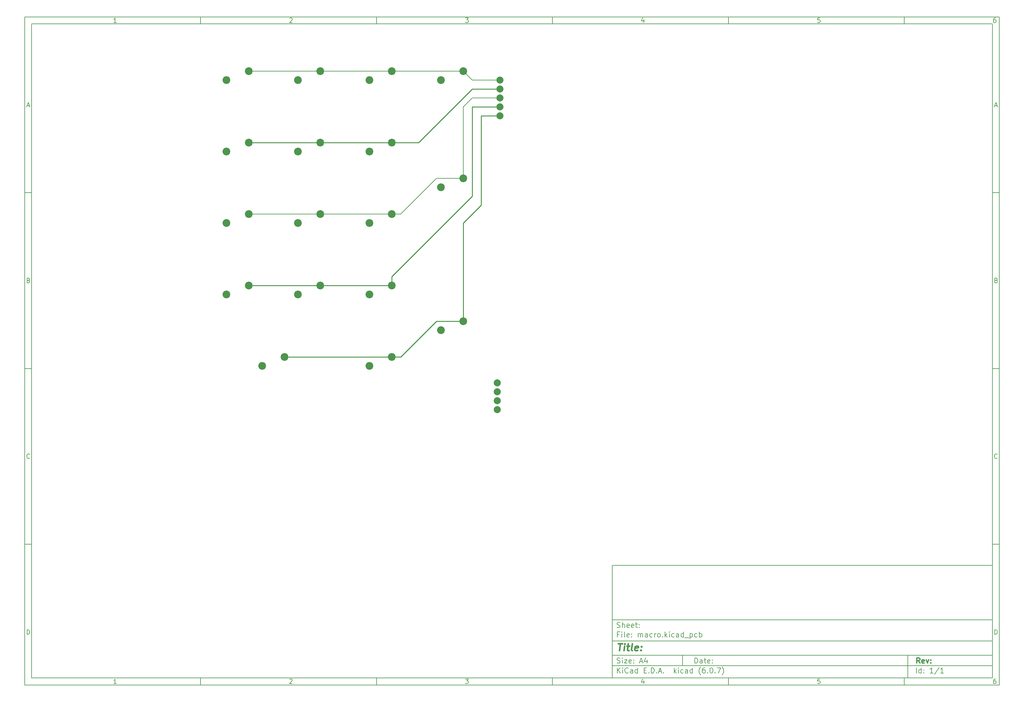
<source format=gbr>
%TF.GenerationSoftware,KiCad,Pcbnew,(6.0.7)*%
%TF.CreationDate,2022-08-16T17:25:39+02:00*%
%TF.ProjectId,macro,6d616372-6f2e-46b6-9963-61645f706362,rev?*%
%TF.SameCoordinates,Original*%
%TF.FileFunction,Copper,L2,Bot*%
%TF.FilePolarity,Positive*%
%FSLAX46Y46*%
G04 Gerber Fmt 4.6, Leading zero omitted, Abs format (unit mm)*
G04 Created by KiCad (PCBNEW (6.0.7)) date 2022-08-16 17:25:39*
%MOMM*%
%LPD*%
G01*
G04 APERTURE LIST*
%ADD10C,0.100000*%
%ADD11C,0.150000*%
%ADD12C,0.300000*%
%ADD13C,0.400000*%
%TA.AperFunction,ComponentPad*%
%ADD14C,2.000000*%
%TD*%
%TA.AperFunction,ComponentPad*%
%ADD15C,2.200000*%
%TD*%
%TA.AperFunction,Conductor*%
%ADD16C,0.200000*%
%TD*%
%TA.AperFunction,Conductor*%
%ADD17C,0.250000*%
%TD*%
G04 APERTURE END LIST*
D10*
D11*
X177002200Y-166007200D02*
X177002200Y-198007200D01*
X285002200Y-198007200D01*
X285002200Y-166007200D01*
X177002200Y-166007200D01*
D10*
D11*
X10000000Y-10000000D02*
X10000000Y-200007200D01*
X287002200Y-200007200D01*
X287002200Y-10000000D01*
X10000000Y-10000000D01*
D10*
D11*
X12000000Y-12000000D02*
X12000000Y-198007200D01*
X285002200Y-198007200D01*
X285002200Y-12000000D01*
X12000000Y-12000000D01*
D10*
D11*
X60000000Y-12000000D02*
X60000000Y-10000000D01*
D10*
D11*
X110000000Y-12000000D02*
X110000000Y-10000000D01*
D10*
D11*
X160000000Y-12000000D02*
X160000000Y-10000000D01*
D10*
D11*
X210000000Y-12000000D02*
X210000000Y-10000000D01*
D10*
D11*
X260000000Y-12000000D02*
X260000000Y-10000000D01*
D10*
D11*
X36065476Y-11588095D02*
X35322619Y-11588095D01*
X35694047Y-11588095D02*
X35694047Y-10288095D01*
X35570238Y-10473809D01*
X35446428Y-10597619D01*
X35322619Y-10659523D01*
D10*
D11*
X85322619Y-10411904D02*
X85384523Y-10350000D01*
X85508333Y-10288095D01*
X85817857Y-10288095D01*
X85941666Y-10350000D01*
X86003571Y-10411904D01*
X86065476Y-10535714D01*
X86065476Y-10659523D01*
X86003571Y-10845238D01*
X85260714Y-11588095D01*
X86065476Y-11588095D01*
D10*
D11*
X135260714Y-10288095D02*
X136065476Y-10288095D01*
X135632142Y-10783333D01*
X135817857Y-10783333D01*
X135941666Y-10845238D01*
X136003571Y-10907142D01*
X136065476Y-11030952D01*
X136065476Y-11340476D01*
X136003571Y-11464285D01*
X135941666Y-11526190D01*
X135817857Y-11588095D01*
X135446428Y-11588095D01*
X135322619Y-11526190D01*
X135260714Y-11464285D01*
D10*
D11*
X185941666Y-10721428D02*
X185941666Y-11588095D01*
X185632142Y-10226190D02*
X185322619Y-11154761D01*
X186127380Y-11154761D01*
D10*
D11*
X236003571Y-10288095D02*
X235384523Y-10288095D01*
X235322619Y-10907142D01*
X235384523Y-10845238D01*
X235508333Y-10783333D01*
X235817857Y-10783333D01*
X235941666Y-10845238D01*
X236003571Y-10907142D01*
X236065476Y-11030952D01*
X236065476Y-11340476D01*
X236003571Y-11464285D01*
X235941666Y-11526190D01*
X235817857Y-11588095D01*
X235508333Y-11588095D01*
X235384523Y-11526190D01*
X235322619Y-11464285D01*
D10*
D11*
X285941666Y-10288095D02*
X285694047Y-10288095D01*
X285570238Y-10350000D01*
X285508333Y-10411904D01*
X285384523Y-10597619D01*
X285322619Y-10845238D01*
X285322619Y-11340476D01*
X285384523Y-11464285D01*
X285446428Y-11526190D01*
X285570238Y-11588095D01*
X285817857Y-11588095D01*
X285941666Y-11526190D01*
X286003571Y-11464285D01*
X286065476Y-11340476D01*
X286065476Y-11030952D01*
X286003571Y-10907142D01*
X285941666Y-10845238D01*
X285817857Y-10783333D01*
X285570238Y-10783333D01*
X285446428Y-10845238D01*
X285384523Y-10907142D01*
X285322619Y-11030952D01*
D10*
D11*
X60000000Y-198007200D02*
X60000000Y-200007200D01*
D10*
D11*
X110000000Y-198007200D02*
X110000000Y-200007200D01*
D10*
D11*
X160000000Y-198007200D02*
X160000000Y-200007200D01*
D10*
D11*
X210000000Y-198007200D02*
X210000000Y-200007200D01*
D10*
D11*
X260000000Y-198007200D02*
X260000000Y-200007200D01*
D10*
D11*
X36065476Y-199595295D02*
X35322619Y-199595295D01*
X35694047Y-199595295D02*
X35694047Y-198295295D01*
X35570238Y-198481009D01*
X35446428Y-198604819D01*
X35322619Y-198666723D01*
D10*
D11*
X85322619Y-198419104D02*
X85384523Y-198357200D01*
X85508333Y-198295295D01*
X85817857Y-198295295D01*
X85941666Y-198357200D01*
X86003571Y-198419104D01*
X86065476Y-198542914D01*
X86065476Y-198666723D01*
X86003571Y-198852438D01*
X85260714Y-199595295D01*
X86065476Y-199595295D01*
D10*
D11*
X135260714Y-198295295D02*
X136065476Y-198295295D01*
X135632142Y-198790533D01*
X135817857Y-198790533D01*
X135941666Y-198852438D01*
X136003571Y-198914342D01*
X136065476Y-199038152D01*
X136065476Y-199347676D01*
X136003571Y-199471485D01*
X135941666Y-199533390D01*
X135817857Y-199595295D01*
X135446428Y-199595295D01*
X135322619Y-199533390D01*
X135260714Y-199471485D01*
D10*
D11*
X185941666Y-198728628D02*
X185941666Y-199595295D01*
X185632142Y-198233390D02*
X185322619Y-199161961D01*
X186127380Y-199161961D01*
D10*
D11*
X236003571Y-198295295D02*
X235384523Y-198295295D01*
X235322619Y-198914342D01*
X235384523Y-198852438D01*
X235508333Y-198790533D01*
X235817857Y-198790533D01*
X235941666Y-198852438D01*
X236003571Y-198914342D01*
X236065476Y-199038152D01*
X236065476Y-199347676D01*
X236003571Y-199471485D01*
X235941666Y-199533390D01*
X235817857Y-199595295D01*
X235508333Y-199595295D01*
X235384523Y-199533390D01*
X235322619Y-199471485D01*
D10*
D11*
X285941666Y-198295295D02*
X285694047Y-198295295D01*
X285570238Y-198357200D01*
X285508333Y-198419104D01*
X285384523Y-198604819D01*
X285322619Y-198852438D01*
X285322619Y-199347676D01*
X285384523Y-199471485D01*
X285446428Y-199533390D01*
X285570238Y-199595295D01*
X285817857Y-199595295D01*
X285941666Y-199533390D01*
X286003571Y-199471485D01*
X286065476Y-199347676D01*
X286065476Y-199038152D01*
X286003571Y-198914342D01*
X285941666Y-198852438D01*
X285817857Y-198790533D01*
X285570238Y-198790533D01*
X285446428Y-198852438D01*
X285384523Y-198914342D01*
X285322619Y-199038152D01*
D10*
D11*
X10000000Y-60000000D02*
X12000000Y-60000000D01*
D10*
D11*
X10000000Y-110000000D02*
X12000000Y-110000000D01*
D10*
D11*
X10000000Y-160000000D02*
X12000000Y-160000000D01*
D10*
D11*
X10690476Y-35216666D02*
X11309523Y-35216666D01*
X10566666Y-35588095D02*
X11000000Y-34288095D01*
X11433333Y-35588095D01*
D10*
D11*
X11092857Y-84907142D02*
X11278571Y-84969047D01*
X11340476Y-85030952D01*
X11402380Y-85154761D01*
X11402380Y-85340476D01*
X11340476Y-85464285D01*
X11278571Y-85526190D01*
X11154761Y-85588095D01*
X10659523Y-85588095D01*
X10659523Y-84288095D01*
X11092857Y-84288095D01*
X11216666Y-84350000D01*
X11278571Y-84411904D01*
X11340476Y-84535714D01*
X11340476Y-84659523D01*
X11278571Y-84783333D01*
X11216666Y-84845238D01*
X11092857Y-84907142D01*
X10659523Y-84907142D01*
D10*
D11*
X11402380Y-135464285D02*
X11340476Y-135526190D01*
X11154761Y-135588095D01*
X11030952Y-135588095D01*
X10845238Y-135526190D01*
X10721428Y-135402380D01*
X10659523Y-135278571D01*
X10597619Y-135030952D01*
X10597619Y-134845238D01*
X10659523Y-134597619D01*
X10721428Y-134473809D01*
X10845238Y-134350000D01*
X11030952Y-134288095D01*
X11154761Y-134288095D01*
X11340476Y-134350000D01*
X11402380Y-134411904D01*
D10*
D11*
X10659523Y-185588095D02*
X10659523Y-184288095D01*
X10969047Y-184288095D01*
X11154761Y-184350000D01*
X11278571Y-184473809D01*
X11340476Y-184597619D01*
X11402380Y-184845238D01*
X11402380Y-185030952D01*
X11340476Y-185278571D01*
X11278571Y-185402380D01*
X11154761Y-185526190D01*
X10969047Y-185588095D01*
X10659523Y-185588095D01*
D10*
D11*
X287002200Y-60000000D02*
X285002200Y-60000000D01*
D10*
D11*
X287002200Y-110000000D02*
X285002200Y-110000000D01*
D10*
D11*
X287002200Y-160000000D02*
X285002200Y-160000000D01*
D10*
D11*
X285692676Y-35216666D02*
X286311723Y-35216666D01*
X285568866Y-35588095D02*
X286002200Y-34288095D01*
X286435533Y-35588095D01*
D10*
D11*
X286095057Y-84907142D02*
X286280771Y-84969047D01*
X286342676Y-85030952D01*
X286404580Y-85154761D01*
X286404580Y-85340476D01*
X286342676Y-85464285D01*
X286280771Y-85526190D01*
X286156961Y-85588095D01*
X285661723Y-85588095D01*
X285661723Y-84288095D01*
X286095057Y-84288095D01*
X286218866Y-84350000D01*
X286280771Y-84411904D01*
X286342676Y-84535714D01*
X286342676Y-84659523D01*
X286280771Y-84783333D01*
X286218866Y-84845238D01*
X286095057Y-84907142D01*
X285661723Y-84907142D01*
D10*
D11*
X286404580Y-135464285D02*
X286342676Y-135526190D01*
X286156961Y-135588095D01*
X286033152Y-135588095D01*
X285847438Y-135526190D01*
X285723628Y-135402380D01*
X285661723Y-135278571D01*
X285599819Y-135030952D01*
X285599819Y-134845238D01*
X285661723Y-134597619D01*
X285723628Y-134473809D01*
X285847438Y-134350000D01*
X286033152Y-134288095D01*
X286156961Y-134288095D01*
X286342676Y-134350000D01*
X286404580Y-134411904D01*
D10*
D11*
X285661723Y-185588095D02*
X285661723Y-184288095D01*
X285971247Y-184288095D01*
X286156961Y-184350000D01*
X286280771Y-184473809D01*
X286342676Y-184597619D01*
X286404580Y-184845238D01*
X286404580Y-185030952D01*
X286342676Y-185278571D01*
X286280771Y-185402380D01*
X286156961Y-185526190D01*
X285971247Y-185588095D01*
X285661723Y-185588095D01*
D10*
D11*
X200434342Y-193785771D02*
X200434342Y-192285771D01*
X200791485Y-192285771D01*
X201005771Y-192357200D01*
X201148628Y-192500057D01*
X201220057Y-192642914D01*
X201291485Y-192928628D01*
X201291485Y-193142914D01*
X201220057Y-193428628D01*
X201148628Y-193571485D01*
X201005771Y-193714342D01*
X200791485Y-193785771D01*
X200434342Y-193785771D01*
X202577200Y-193785771D02*
X202577200Y-193000057D01*
X202505771Y-192857200D01*
X202362914Y-192785771D01*
X202077200Y-192785771D01*
X201934342Y-192857200D01*
X202577200Y-193714342D02*
X202434342Y-193785771D01*
X202077200Y-193785771D01*
X201934342Y-193714342D01*
X201862914Y-193571485D01*
X201862914Y-193428628D01*
X201934342Y-193285771D01*
X202077200Y-193214342D01*
X202434342Y-193214342D01*
X202577200Y-193142914D01*
X203077200Y-192785771D02*
X203648628Y-192785771D01*
X203291485Y-192285771D02*
X203291485Y-193571485D01*
X203362914Y-193714342D01*
X203505771Y-193785771D01*
X203648628Y-193785771D01*
X204720057Y-193714342D02*
X204577200Y-193785771D01*
X204291485Y-193785771D01*
X204148628Y-193714342D01*
X204077200Y-193571485D01*
X204077200Y-193000057D01*
X204148628Y-192857200D01*
X204291485Y-192785771D01*
X204577200Y-192785771D01*
X204720057Y-192857200D01*
X204791485Y-193000057D01*
X204791485Y-193142914D01*
X204077200Y-193285771D01*
X205434342Y-193642914D02*
X205505771Y-193714342D01*
X205434342Y-193785771D01*
X205362914Y-193714342D01*
X205434342Y-193642914D01*
X205434342Y-193785771D01*
X205434342Y-192857200D02*
X205505771Y-192928628D01*
X205434342Y-193000057D01*
X205362914Y-192928628D01*
X205434342Y-192857200D01*
X205434342Y-193000057D01*
D10*
D11*
X177002200Y-194507200D02*
X285002200Y-194507200D01*
D10*
D11*
X178434342Y-196585771D02*
X178434342Y-195085771D01*
X179291485Y-196585771D02*
X178648628Y-195728628D01*
X179291485Y-195085771D02*
X178434342Y-195942914D01*
X179934342Y-196585771D02*
X179934342Y-195585771D01*
X179934342Y-195085771D02*
X179862914Y-195157200D01*
X179934342Y-195228628D01*
X180005771Y-195157200D01*
X179934342Y-195085771D01*
X179934342Y-195228628D01*
X181505771Y-196442914D02*
X181434342Y-196514342D01*
X181220057Y-196585771D01*
X181077200Y-196585771D01*
X180862914Y-196514342D01*
X180720057Y-196371485D01*
X180648628Y-196228628D01*
X180577200Y-195942914D01*
X180577200Y-195728628D01*
X180648628Y-195442914D01*
X180720057Y-195300057D01*
X180862914Y-195157200D01*
X181077200Y-195085771D01*
X181220057Y-195085771D01*
X181434342Y-195157200D01*
X181505771Y-195228628D01*
X182791485Y-196585771D02*
X182791485Y-195800057D01*
X182720057Y-195657200D01*
X182577200Y-195585771D01*
X182291485Y-195585771D01*
X182148628Y-195657200D01*
X182791485Y-196514342D02*
X182648628Y-196585771D01*
X182291485Y-196585771D01*
X182148628Y-196514342D01*
X182077200Y-196371485D01*
X182077200Y-196228628D01*
X182148628Y-196085771D01*
X182291485Y-196014342D01*
X182648628Y-196014342D01*
X182791485Y-195942914D01*
X184148628Y-196585771D02*
X184148628Y-195085771D01*
X184148628Y-196514342D02*
X184005771Y-196585771D01*
X183720057Y-196585771D01*
X183577200Y-196514342D01*
X183505771Y-196442914D01*
X183434342Y-196300057D01*
X183434342Y-195871485D01*
X183505771Y-195728628D01*
X183577200Y-195657200D01*
X183720057Y-195585771D01*
X184005771Y-195585771D01*
X184148628Y-195657200D01*
X186005771Y-195800057D02*
X186505771Y-195800057D01*
X186720057Y-196585771D02*
X186005771Y-196585771D01*
X186005771Y-195085771D01*
X186720057Y-195085771D01*
X187362914Y-196442914D02*
X187434342Y-196514342D01*
X187362914Y-196585771D01*
X187291485Y-196514342D01*
X187362914Y-196442914D01*
X187362914Y-196585771D01*
X188077200Y-196585771D02*
X188077200Y-195085771D01*
X188434342Y-195085771D01*
X188648628Y-195157200D01*
X188791485Y-195300057D01*
X188862914Y-195442914D01*
X188934342Y-195728628D01*
X188934342Y-195942914D01*
X188862914Y-196228628D01*
X188791485Y-196371485D01*
X188648628Y-196514342D01*
X188434342Y-196585771D01*
X188077200Y-196585771D01*
X189577200Y-196442914D02*
X189648628Y-196514342D01*
X189577200Y-196585771D01*
X189505771Y-196514342D01*
X189577200Y-196442914D01*
X189577200Y-196585771D01*
X190220057Y-196157200D02*
X190934342Y-196157200D01*
X190077200Y-196585771D02*
X190577200Y-195085771D01*
X191077200Y-196585771D01*
X191577200Y-196442914D02*
X191648628Y-196514342D01*
X191577200Y-196585771D01*
X191505771Y-196514342D01*
X191577200Y-196442914D01*
X191577200Y-196585771D01*
X194577200Y-196585771D02*
X194577200Y-195085771D01*
X194720057Y-196014342D02*
X195148628Y-196585771D01*
X195148628Y-195585771D02*
X194577200Y-196157200D01*
X195791485Y-196585771D02*
X195791485Y-195585771D01*
X195791485Y-195085771D02*
X195720057Y-195157200D01*
X195791485Y-195228628D01*
X195862914Y-195157200D01*
X195791485Y-195085771D01*
X195791485Y-195228628D01*
X197148628Y-196514342D02*
X197005771Y-196585771D01*
X196720057Y-196585771D01*
X196577200Y-196514342D01*
X196505771Y-196442914D01*
X196434342Y-196300057D01*
X196434342Y-195871485D01*
X196505771Y-195728628D01*
X196577200Y-195657200D01*
X196720057Y-195585771D01*
X197005771Y-195585771D01*
X197148628Y-195657200D01*
X198434342Y-196585771D02*
X198434342Y-195800057D01*
X198362914Y-195657200D01*
X198220057Y-195585771D01*
X197934342Y-195585771D01*
X197791485Y-195657200D01*
X198434342Y-196514342D02*
X198291485Y-196585771D01*
X197934342Y-196585771D01*
X197791485Y-196514342D01*
X197720057Y-196371485D01*
X197720057Y-196228628D01*
X197791485Y-196085771D01*
X197934342Y-196014342D01*
X198291485Y-196014342D01*
X198434342Y-195942914D01*
X199791485Y-196585771D02*
X199791485Y-195085771D01*
X199791485Y-196514342D02*
X199648628Y-196585771D01*
X199362914Y-196585771D01*
X199220057Y-196514342D01*
X199148628Y-196442914D01*
X199077200Y-196300057D01*
X199077200Y-195871485D01*
X199148628Y-195728628D01*
X199220057Y-195657200D01*
X199362914Y-195585771D01*
X199648628Y-195585771D01*
X199791485Y-195657200D01*
X202077200Y-197157200D02*
X202005771Y-197085771D01*
X201862914Y-196871485D01*
X201791485Y-196728628D01*
X201720057Y-196514342D01*
X201648628Y-196157200D01*
X201648628Y-195871485D01*
X201720057Y-195514342D01*
X201791485Y-195300057D01*
X201862914Y-195157200D01*
X202005771Y-194942914D01*
X202077200Y-194871485D01*
X203291485Y-195085771D02*
X203005771Y-195085771D01*
X202862914Y-195157200D01*
X202791485Y-195228628D01*
X202648628Y-195442914D01*
X202577200Y-195728628D01*
X202577200Y-196300057D01*
X202648628Y-196442914D01*
X202720057Y-196514342D01*
X202862914Y-196585771D01*
X203148628Y-196585771D01*
X203291485Y-196514342D01*
X203362914Y-196442914D01*
X203434342Y-196300057D01*
X203434342Y-195942914D01*
X203362914Y-195800057D01*
X203291485Y-195728628D01*
X203148628Y-195657200D01*
X202862914Y-195657200D01*
X202720057Y-195728628D01*
X202648628Y-195800057D01*
X202577200Y-195942914D01*
X204077200Y-196442914D02*
X204148628Y-196514342D01*
X204077200Y-196585771D01*
X204005771Y-196514342D01*
X204077200Y-196442914D01*
X204077200Y-196585771D01*
X205077200Y-195085771D02*
X205220057Y-195085771D01*
X205362914Y-195157200D01*
X205434342Y-195228628D01*
X205505771Y-195371485D01*
X205577200Y-195657200D01*
X205577200Y-196014342D01*
X205505771Y-196300057D01*
X205434342Y-196442914D01*
X205362914Y-196514342D01*
X205220057Y-196585771D01*
X205077200Y-196585771D01*
X204934342Y-196514342D01*
X204862914Y-196442914D01*
X204791485Y-196300057D01*
X204720057Y-196014342D01*
X204720057Y-195657200D01*
X204791485Y-195371485D01*
X204862914Y-195228628D01*
X204934342Y-195157200D01*
X205077200Y-195085771D01*
X206220057Y-196442914D02*
X206291485Y-196514342D01*
X206220057Y-196585771D01*
X206148628Y-196514342D01*
X206220057Y-196442914D01*
X206220057Y-196585771D01*
X206791485Y-195085771D02*
X207791485Y-195085771D01*
X207148628Y-196585771D01*
X208220057Y-197157200D02*
X208291485Y-197085771D01*
X208434342Y-196871485D01*
X208505771Y-196728628D01*
X208577200Y-196514342D01*
X208648628Y-196157200D01*
X208648628Y-195871485D01*
X208577200Y-195514342D01*
X208505771Y-195300057D01*
X208434342Y-195157200D01*
X208291485Y-194942914D01*
X208220057Y-194871485D01*
D10*
D11*
X177002200Y-191507200D02*
X285002200Y-191507200D01*
D10*
D12*
X264411485Y-193785771D02*
X263911485Y-193071485D01*
X263554342Y-193785771D02*
X263554342Y-192285771D01*
X264125771Y-192285771D01*
X264268628Y-192357200D01*
X264340057Y-192428628D01*
X264411485Y-192571485D01*
X264411485Y-192785771D01*
X264340057Y-192928628D01*
X264268628Y-193000057D01*
X264125771Y-193071485D01*
X263554342Y-193071485D01*
X265625771Y-193714342D02*
X265482914Y-193785771D01*
X265197200Y-193785771D01*
X265054342Y-193714342D01*
X264982914Y-193571485D01*
X264982914Y-193000057D01*
X265054342Y-192857200D01*
X265197200Y-192785771D01*
X265482914Y-192785771D01*
X265625771Y-192857200D01*
X265697200Y-193000057D01*
X265697200Y-193142914D01*
X264982914Y-193285771D01*
X266197200Y-192785771D02*
X266554342Y-193785771D01*
X266911485Y-192785771D01*
X267482914Y-193642914D02*
X267554342Y-193714342D01*
X267482914Y-193785771D01*
X267411485Y-193714342D01*
X267482914Y-193642914D01*
X267482914Y-193785771D01*
X267482914Y-192857200D02*
X267554342Y-192928628D01*
X267482914Y-193000057D01*
X267411485Y-192928628D01*
X267482914Y-192857200D01*
X267482914Y-193000057D01*
D10*
D11*
X178362914Y-193714342D02*
X178577200Y-193785771D01*
X178934342Y-193785771D01*
X179077200Y-193714342D01*
X179148628Y-193642914D01*
X179220057Y-193500057D01*
X179220057Y-193357200D01*
X179148628Y-193214342D01*
X179077200Y-193142914D01*
X178934342Y-193071485D01*
X178648628Y-193000057D01*
X178505771Y-192928628D01*
X178434342Y-192857200D01*
X178362914Y-192714342D01*
X178362914Y-192571485D01*
X178434342Y-192428628D01*
X178505771Y-192357200D01*
X178648628Y-192285771D01*
X179005771Y-192285771D01*
X179220057Y-192357200D01*
X179862914Y-193785771D02*
X179862914Y-192785771D01*
X179862914Y-192285771D02*
X179791485Y-192357200D01*
X179862914Y-192428628D01*
X179934342Y-192357200D01*
X179862914Y-192285771D01*
X179862914Y-192428628D01*
X180434342Y-192785771D02*
X181220057Y-192785771D01*
X180434342Y-193785771D01*
X181220057Y-193785771D01*
X182362914Y-193714342D02*
X182220057Y-193785771D01*
X181934342Y-193785771D01*
X181791485Y-193714342D01*
X181720057Y-193571485D01*
X181720057Y-193000057D01*
X181791485Y-192857200D01*
X181934342Y-192785771D01*
X182220057Y-192785771D01*
X182362914Y-192857200D01*
X182434342Y-193000057D01*
X182434342Y-193142914D01*
X181720057Y-193285771D01*
X183077200Y-193642914D02*
X183148628Y-193714342D01*
X183077200Y-193785771D01*
X183005771Y-193714342D01*
X183077200Y-193642914D01*
X183077200Y-193785771D01*
X183077200Y-192857200D02*
X183148628Y-192928628D01*
X183077200Y-193000057D01*
X183005771Y-192928628D01*
X183077200Y-192857200D01*
X183077200Y-193000057D01*
X184862914Y-193357200D02*
X185577200Y-193357200D01*
X184720057Y-193785771D02*
X185220057Y-192285771D01*
X185720057Y-193785771D01*
X186862914Y-192785771D02*
X186862914Y-193785771D01*
X186505771Y-192214342D02*
X186148628Y-193285771D01*
X187077200Y-193285771D01*
D10*
D11*
X263434342Y-196585771D02*
X263434342Y-195085771D01*
X264791485Y-196585771D02*
X264791485Y-195085771D01*
X264791485Y-196514342D02*
X264648628Y-196585771D01*
X264362914Y-196585771D01*
X264220057Y-196514342D01*
X264148628Y-196442914D01*
X264077200Y-196300057D01*
X264077200Y-195871485D01*
X264148628Y-195728628D01*
X264220057Y-195657200D01*
X264362914Y-195585771D01*
X264648628Y-195585771D01*
X264791485Y-195657200D01*
X265505771Y-196442914D02*
X265577200Y-196514342D01*
X265505771Y-196585771D01*
X265434342Y-196514342D01*
X265505771Y-196442914D01*
X265505771Y-196585771D01*
X265505771Y-195657200D02*
X265577200Y-195728628D01*
X265505771Y-195800057D01*
X265434342Y-195728628D01*
X265505771Y-195657200D01*
X265505771Y-195800057D01*
X268148628Y-196585771D02*
X267291485Y-196585771D01*
X267720057Y-196585771D02*
X267720057Y-195085771D01*
X267577200Y-195300057D01*
X267434342Y-195442914D01*
X267291485Y-195514342D01*
X269862914Y-195014342D02*
X268577200Y-196942914D01*
X271148628Y-196585771D02*
X270291485Y-196585771D01*
X270720057Y-196585771D02*
X270720057Y-195085771D01*
X270577200Y-195300057D01*
X270434342Y-195442914D01*
X270291485Y-195514342D01*
D10*
D11*
X177002200Y-187507200D02*
X285002200Y-187507200D01*
D10*
D13*
X178714580Y-188211961D02*
X179857438Y-188211961D01*
X179036009Y-190211961D02*
X179286009Y-188211961D01*
X180274104Y-190211961D02*
X180440771Y-188878628D01*
X180524104Y-188211961D02*
X180416961Y-188307200D01*
X180500295Y-188402438D01*
X180607438Y-188307200D01*
X180524104Y-188211961D01*
X180500295Y-188402438D01*
X181107438Y-188878628D02*
X181869342Y-188878628D01*
X181476485Y-188211961D02*
X181262200Y-189926247D01*
X181333628Y-190116723D01*
X181512200Y-190211961D01*
X181702676Y-190211961D01*
X182655057Y-190211961D02*
X182476485Y-190116723D01*
X182405057Y-189926247D01*
X182619342Y-188211961D01*
X184190771Y-190116723D02*
X183988390Y-190211961D01*
X183607438Y-190211961D01*
X183428866Y-190116723D01*
X183357438Y-189926247D01*
X183452676Y-189164342D01*
X183571723Y-188973866D01*
X183774104Y-188878628D01*
X184155057Y-188878628D01*
X184333628Y-188973866D01*
X184405057Y-189164342D01*
X184381247Y-189354819D01*
X183405057Y-189545295D01*
X185155057Y-190021485D02*
X185238390Y-190116723D01*
X185131247Y-190211961D01*
X185047914Y-190116723D01*
X185155057Y-190021485D01*
X185131247Y-190211961D01*
X185286009Y-188973866D02*
X185369342Y-189069104D01*
X185262200Y-189164342D01*
X185178866Y-189069104D01*
X185286009Y-188973866D01*
X185262200Y-189164342D01*
D10*
D11*
X178934342Y-185600057D02*
X178434342Y-185600057D01*
X178434342Y-186385771D02*
X178434342Y-184885771D01*
X179148628Y-184885771D01*
X179720057Y-186385771D02*
X179720057Y-185385771D01*
X179720057Y-184885771D02*
X179648628Y-184957200D01*
X179720057Y-185028628D01*
X179791485Y-184957200D01*
X179720057Y-184885771D01*
X179720057Y-185028628D01*
X180648628Y-186385771D02*
X180505771Y-186314342D01*
X180434342Y-186171485D01*
X180434342Y-184885771D01*
X181791485Y-186314342D02*
X181648628Y-186385771D01*
X181362914Y-186385771D01*
X181220057Y-186314342D01*
X181148628Y-186171485D01*
X181148628Y-185600057D01*
X181220057Y-185457200D01*
X181362914Y-185385771D01*
X181648628Y-185385771D01*
X181791485Y-185457200D01*
X181862914Y-185600057D01*
X181862914Y-185742914D01*
X181148628Y-185885771D01*
X182505771Y-186242914D02*
X182577200Y-186314342D01*
X182505771Y-186385771D01*
X182434342Y-186314342D01*
X182505771Y-186242914D01*
X182505771Y-186385771D01*
X182505771Y-185457200D02*
X182577200Y-185528628D01*
X182505771Y-185600057D01*
X182434342Y-185528628D01*
X182505771Y-185457200D01*
X182505771Y-185600057D01*
X184362914Y-186385771D02*
X184362914Y-185385771D01*
X184362914Y-185528628D02*
X184434342Y-185457200D01*
X184577200Y-185385771D01*
X184791485Y-185385771D01*
X184934342Y-185457200D01*
X185005771Y-185600057D01*
X185005771Y-186385771D01*
X185005771Y-185600057D02*
X185077200Y-185457200D01*
X185220057Y-185385771D01*
X185434342Y-185385771D01*
X185577200Y-185457200D01*
X185648628Y-185600057D01*
X185648628Y-186385771D01*
X187005771Y-186385771D02*
X187005771Y-185600057D01*
X186934342Y-185457200D01*
X186791485Y-185385771D01*
X186505771Y-185385771D01*
X186362914Y-185457200D01*
X187005771Y-186314342D02*
X186862914Y-186385771D01*
X186505771Y-186385771D01*
X186362914Y-186314342D01*
X186291485Y-186171485D01*
X186291485Y-186028628D01*
X186362914Y-185885771D01*
X186505771Y-185814342D01*
X186862914Y-185814342D01*
X187005771Y-185742914D01*
X188362914Y-186314342D02*
X188220057Y-186385771D01*
X187934342Y-186385771D01*
X187791485Y-186314342D01*
X187720057Y-186242914D01*
X187648628Y-186100057D01*
X187648628Y-185671485D01*
X187720057Y-185528628D01*
X187791485Y-185457200D01*
X187934342Y-185385771D01*
X188220057Y-185385771D01*
X188362914Y-185457200D01*
X189005771Y-186385771D02*
X189005771Y-185385771D01*
X189005771Y-185671485D02*
X189077200Y-185528628D01*
X189148628Y-185457200D01*
X189291485Y-185385771D01*
X189434342Y-185385771D01*
X190148628Y-186385771D02*
X190005771Y-186314342D01*
X189934342Y-186242914D01*
X189862914Y-186100057D01*
X189862914Y-185671485D01*
X189934342Y-185528628D01*
X190005771Y-185457200D01*
X190148628Y-185385771D01*
X190362914Y-185385771D01*
X190505771Y-185457200D01*
X190577200Y-185528628D01*
X190648628Y-185671485D01*
X190648628Y-186100057D01*
X190577200Y-186242914D01*
X190505771Y-186314342D01*
X190362914Y-186385771D01*
X190148628Y-186385771D01*
X191291485Y-186242914D02*
X191362914Y-186314342D01*
X191291485Y-186385771D01*
X191220057Y-186314342D01*
X191291485Y-186242914D01*
X191291485Y-186385771D01*
X192005771Y-186385771D02*
X192005771Y-184885771D01*
X192148628Y-185814342D02*
X192577200Y-186385771D01*
X192577200Y-185385771D02*
X192005771Y-185957200D01*
X193220057Y-186385771D02*
X193220057Y-185385771D01*
X193220057Y-184885771D02*
X193148628Y-184957200D01*
X193220057Y-185028628D01*
X193291485Y-184957200D01*
X193220057Y-184885771D01*
X193220057Y-185028628D01*
X194577200Y-186314342D02*
X194434342Y-186385771D01*
X194148628Y-186385771D01*
X194005771Y-186314342D01*
X193934342Y-186242914D01*
X193862914Y-186100057D01*
X193862914Y-185671485D01*
X193934342Y-185528628D01*
X194005771Y-185457200D01*
X194148628Y-185385771D01*
X194434342Y-185385771D01*
X194577200Y-185457200D01*
X195862914Y-186385771D02*
X195862914Y-185600057D01*
X195791485Y-185457200D01*
X195648628Y-185385771D01*
X195362914Y-185385771D01*
X195220057Y-185457200D01*
X195862914Y-186314342D02*
X195720057Y-186385771D01*
X195362914Y-186385771D01*
X195220057Y-186314342D01*
X195148628Y-186171485D01*
X195148628Y-186028628D01*
X195220057Y-185885771D01*
X195362914Y-185814342D01*
X195720057Y-185814342D01*
X195862914Y-185742914D01*
X197220057Y-186385771D02*
X197220057Y-184885771D01*
X197220057Y-186314342D02*
X197077200Y-186385771D01*
X196791485Y-186385771D01*
X196648628Y-186314342D01*
X196577200Y-186242914D01*
X196505771Y-186100057D01*
X196505771Y-185671485D01*
X196577200Y-185528628D01*
X196648628Y-185457200D01*
X196791485Y-185385771D01*
X197077200Y-185385771D01*
X197220057Y-185457200D01*
X197577200Y-186528628D02*
X198720057Y-186528628D01*
X199077200Y-185385771D02*
X199077200Y-186885771D01*
X199077200Y-185457200D02*
X199220057Y-185385771D01*
X199505771Y-185385771D01*
X199648628Y-185457200D01*
X199720057Y-185528628D01*
X199791485Y-185671485D01*
X199791485Y-186100057D01*
X199720057Y-186242914D01*
X199648628Y-186314342D01*
X199505771Y-186385771D01*
X199220057Y-186385771D01*
X199077200Y-186314342D01*
X201077200Y-186314342D02*
X200934342Y-186385771D01*
X200648628Y-186385771D01*
X200505771Y-186314342D01*
X200434342Y-186242914D01*
X200362914Y-186100057D01*
X200362914Y-185671485D01*
X200434342Y-185528628D01*
X200505771Y-185457200D01*
X200648628Y-185385771D01*
X200934342Y-185385771D01*
X201077200Y-185457200D01*
X201720057Y-186385771D02*
X201720057Y-184885771D01*
X201720057Y-185457200D02*
X201862914Y-185385771D01*
X202148628Y-185385771D01*
X202291485Y-185457200D01*
X202362914Y-185528628D01*
X202434342Y-185671485D01*
X202434342Y-186100057D01*
X202362914Y-186242914D01*
X202291485Y-186314342D01*
X202148628Y-186385771D01*
X201862914Y-186385771D01*
X201720057Y-186314342D01*
D10*
D11*
X177002200Y-181507200D02*
X285002200Y-181507200D01*
D10*
D11*
X178362914Y-183614342D02*
X178577200Y-183685771D01*
X178934342Y-183685771D01*
X179077200Y-183614342D01*
X179148628Y-183542914D01*
X179220057Y-183400057D01*
X179220057Y-183257200D01*
X179148628Y-183114342D01*
X179077200Y-183042914D01*
X178934342Y-182971485D01*
X178648628Y-182900057D01*
X178505771Y-182828628D01*
X178434342Y-182757200D01*
X178362914Y-182614342D01*
X178362914Y-182471485D01*
X178434342Y-182328628D01*
X178505771Y-182257200D01*
X178648628Y-182185771D01*
X179005771Y-182185771D01*
X179220057Y-182257200D01*
X179862914Y-183685771D02*
X179862914Y-182185771D01*
X180505771Y-183685771D02*
X180505771Y-182900057D01*
X180434342Y-182757200D01*
X180291485Y-182685771D01*
X180077200Y-182685771D01*
X179934342Y-182757200D01*
X179862914Y-182828628D01*
X181791485Y-183614342D02*
X181648628Y-183685771D01*
X181362914Y-183685771D01*
X181220057Y-183614342D01*
X181148628Y-183471485D01*
X181148628Y-182900057D01*
X181220057Y-182757200D01*
X181362914Y-182685771D01*
X181648628Y-182685771D01*
X181791485Y-182757200D01*
X181862914Y-182900057D01*
X181862914Y-183042914D01*
X181148628Y-183185771D01*
X183077200Y-183614342D02*
X182934342Y-183685771D01*
X182648628Y-183685771D01*
X182505771Y-183614342D01*
X182434342Y-183471485D01*
X182434342Y-182900057D01*
X182505771Y-182757200D01*
X182648628Y-182685771D01*
X182934342Y-182685771D01*
X183077200Y-182757200D01*
X183148628Y-182900057D01*
X183148628Y-183042914D01*
X182434342Y-183185771D01*
X183577200Y-182685771D02*
X184148628Y-182685771D01*
X183791485Y-182185771D02*
X183791485Y-183471485D01*
X183862914Y-183614342D01*
X184005771Y-183685771D01*
X184148628Y-183685771D01*
X184648628Y-183542914D02*
X184720057Y-183614342D01*
X184648628Y-183685771D01*
X184577200Y-183614342D01*
X184648628Y-183542914D01*
X184648628Y-183685771D01*
X184648628Y-182757200D02*
X184720057Y-182828628D01*
X184648628Y-182900057D01*
X184577200Y-182828628D01*
X184648628Y-182757200D01*
X184648628Y-182900057D01*
D10*
D12*
D10*
D11*
D10*
D11*
D10*
D11*
D10*
D11*
D10*
D11*
X197002200Y-191507200D02*
X197002200Y-194507200D01*
D10*
D11*
X261002200Y-191507200D02*
X261002200Y-198007200D01*
D14*
%TO.P,,1*%
%TO.N,N/C*%
X145034000Y-27940000D03*
%TD*%
%TO.P,,1*%
%TO.N,N/C*%
X145034000Y-38100000D03*
%TD*%
%TO.P,,1*%
%TO.N,N/C*%
X145034000Y-35560000D03*
%TD*%
%TO.P,,1*%
%TO.N,N/C*%
X145034000Y-33020000D03*
%TD*%
%TO.P,,1*%
%TO.N,N/C*%
X145034000Y-30480000D03*
%TD*%
%TO.P,,1*%
%TO.N,N/C*%
X144272000Y-114046000D03*
%TD*%
%TO.P,,1*%
%TO.N,N/C*%
X144272000Y-121666000D03*
%TD*%
%TO.P,,1*%
%TO.N,N/C*%
X144272000Y-119126000D03*
%TD*%
%TO.P,,1*%
%TO.N,N/C*%
X144272000Y-116586000D03*
%TD*%
D15*
%TO.P,0,1*%
%TO.N,N/C*%
X83820000Y-106680000D03*
%TO.P,0,2*%
X77470000Y-109220000D03*
%TD*%
%TO.P,=,1*%
%TO.N,N/C*%
X134620000Y-96520000D03*
%TO.P,=,2*%
X128270000Y-99060000D03*
%TD*%
%TO.P,+,1*%
%TO.N,N/C*%
X134620000Y-55880000D03*
%TO.P,+,2*%
X128270000Y-58420000D03*
%TD*%
%TO.P,.,2*%
%TO.N,N/C*%
X107950000Y-109220000D03*
%TO.P,.,1*%
X114300000Y-106680000D03*
%TD*%
%TO.P,-,1*%
%TO.N,N/C*%
X134620000Y-25400000D03*
%TO.P,-,2*%
X128270000Y-27940000D03*
%TD*%
%TO.P,\u002A,2*%
%TO.N,N/C*%
X107950000Y-27940000D03*
%TO.P,\u002A,1*%
X114300000Y-25400000D03*
%TD*%
%TO.P,/,1*%
%TO.N,N/C*%
X93980000Y-25400000D03*
%TO.P,/,2*%
X87630000Y-27940000D03*
%TD*%
%TO.P,Macro Key,1*%
%TO.N,N/C*%
X73660000Y-25400000D03*
%TO.P,Macro Key,2*%
X67310000Y-27940000D03*
%TD*%
%TO.P,2,1*%
%TO.N,N/C*%
X93980000Y-86360000D03*
%TO.P,2,2*%
X87630000Y-88900000D03*
%TD*%
%TO.P,1,1*%
%TO.N,N/C*%
X73660000Y-86360000D03*
%TO.P,1,2*%
X67310000Y-88900000D03*
%TD*%
%TO.P,3,1*%
%TO.N,N/C*%
X114300000Y-86360000D03*
%TO.P,3,2*%
X107950000Y-88900000D03*
%TD*%
%TO.P,6,1*%
%TO.N,N/C*%
X114300000Y-66040000D03*
%TO.P,6,2*%
X107950000Y-68580000D03*
%TD*%
%TO.P,5,1*%
%TO.N,N/C*%
X93980000Y-66040000D03*
%TO.P,5,2*%
X87630000Y-68580000D03*
%TD*%
%TO.P,4,1*%
%TO.N,N/C*%
X73660000Y-66040000D03*
%TO.P,4,2*%
X67310000Y-68580000D03*
%TD*%
%TO.P,9,1*%
%TO.N,N/C*%
X114300000Y-45720000D03*
%TO.P,9,2*%
X107950000Y-48260000D03*
%TD*%
%TO.P,8,1*%
%TO.N,N/C*%
X93980000Y-45720000D03*
%TO.P,8,2*%
X87630000Y-48260000D03*
%TD*%
%TO.P,7,1*%
%TO.N,N/C*%
X73660000Y-45720000D03*
%TO.P,7,2*%
X67310000Y-48260000D03*
%TD*%
D16*
%TO.N,*%
X144780000Y-27940000D02*
X137160000Y-27940000D01*
X137160000Y-27940000D02*
X134620000Y-25400000D01*
D17*
X121920000Y-45720000D02*
X114300000Y-45720000D01*
X137160000Y-30480000D02*
X121920000Y-45720000D01*
X145288000Y-30480000D02*
X137160000Y-30480000D01*
D16*
X134620000Y-35560000D02*
X134620000Y-55880000D01*
X137160000Y-33020000D02*
X134620000Y-35560000D01*
X145034000Y-33020000D02*
X137160000Y-33020000D01*
D17*
X114300000Y-83820000D02*
X114300000Y-86360000D01*
X137160000Y-60960000D02*
X114300000Y-83820000D01*
X137160000Y-35560000D02*
X137160000Y-60960000D01*
X145034000Y-35560000D02*
X137160000Y-35560000D01*
X139700000Y-63500000D02*
X134620000Y-68580000D01*
X134620000Y-68580000D02*
X134620000Y-96520000D01*
X139700000Y-38100000D02*
X139700000Y-63500000D01*
X145034000Y-38100000D02*
X139700000Y-38100000D01*
X116840000Y-106680000D02*
X127000000Y-96520000D01*
X127000000Y-96520000D02*
X134620000Y-96520000D01*
X114300000Y-106680000D02*
X116840000Y-106680000D01*
X83820000Y-106680000D02*
X114300000Y-106680000D01*
X93980000Y-86360000D02*
X114300000Y-86360000D01*
X73660000Y-86360000D02*
X93980000Y-86360000D01*
D16*
X116840000Y-66040000D02*
X127000000Y-55880000D01*
X127000000Y-55880000D02*
X134620000Y-55880000D01*
X114300000Y-66040000D02*
X116840000Y-66040000D01*
X93980000Y-66040000D02*
X114300000Y-66040000D01*
X73660000Y-66040000D02*
X93980000Y-66040000D01*
D17*
X93980000Y-45720000D02*
X114300000Y-45720000D01*
X73660000Y-45720000D02*
X93980000Y-45720000D01*
D16*
X114300000Y-25400000D02*
X134620000Y-25400000D01*
X93980000Y-25400000D02*
X114300000Y-25400000D01*
X73660000Y-25400000D02*
X93980000Y-25400000D01*
%TD*%
M02*

</source>
